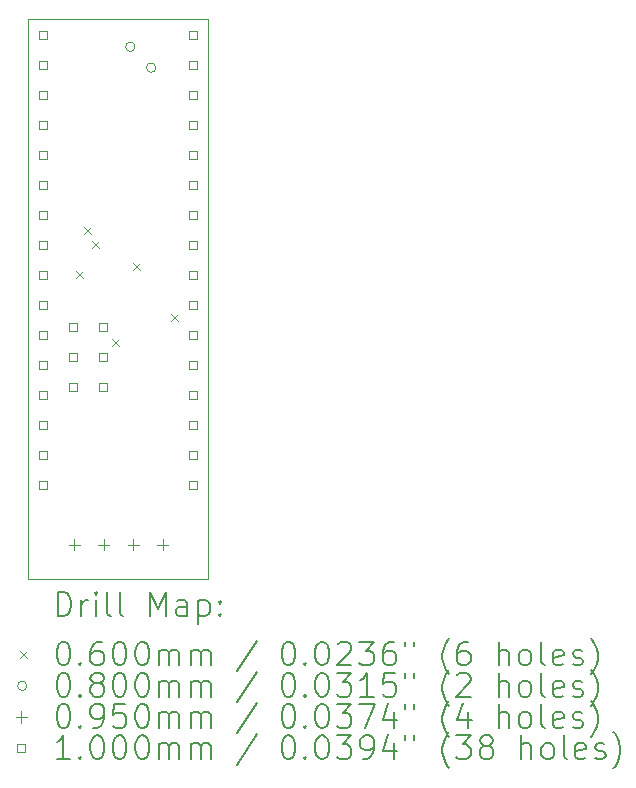
<source format=gbr>
%TF.GenerationSoftware,KiCad,Pcbnew,7.0.11-7.0.11~ubuntu22.04.1*%
%TF.CreationDate,2024-03-10T10:15:33+03:00*%
%TF.ProjectId,MDExt,4d444578-742e-46b6-9963-61645f706362,rev?*%
%TF.SameCoordinates,Original*%
%TF.FileFunction,Drillmap*%
%TF.FilePolarity,Positive*%
%FSLAX45Y45*%
G04 Gerber Fmt 4.5, Leading zero omitted, Abs format (unit mm)*
G04 Created by KiCad (PCBNEW 7.0.11-7.0.11~ubuntu22.04.1) date 2024-03-10 10:15:33*
%MOMM*%
%LPD*%
G01*
G04 APERTURE LIST*
%ADD10C,0.100000*%
%ADD11C,0.200000*%
G04 APERTURE END LIST*
D10*
X4185400Y-3929000D02*
X5715700Y-3929000D01*
X5715700Y-8668000D01*
X4185400Y-8668000D01*
X4185400Y-3929000D01*
D11*
D10*
X4598378Y-6066508D02*
X4658378Y-6126508D01*
X4658378Y-6066508D02*
X4598378Y-6126508D01*
X4665185Y-5688815D02*
X4725185Y-5748815D01*
X4725185Y-5688815D02*
X4665185Y-5748815D01*
X4732010Y-5812482D02*
X4792010Y-5872482D01*
X4792010Y-5812482D02*
X4732010Y-5872482D01*
X4901781Y-6637868D02*
X4961781Y-6697868D01*
X4961781Y-6637868D02*
X4901781Y-6697868D01*
X5080000Y-6000000D02*
X5140000Y-6060000D01*
X5140000Y-6000000D02*
X5080000Y-6060000D01*
X5400847Y-6429154D02*
X5460847Y-6489154D01*
X5460847Y-6429154D02*
X5400847Y-6489154D01*
X5095112Y-4166112D02*
G75*
G03*
X5015112Y-4166112I-40000J0D01*
G01*
X5015112Y-4166112D02*
G75*
G03*
X5095112Y-4166112I40000J0D01*
G01*
X5271888Y-4342888D02*
G75*
G03*
X5191888Y-4342888I-40000J0D01*
G01*
X5191888Y-4342888D02*
G75*
G03*
X5271888Y-4342888I40000J0D01*
G01*
X4580000Y-8334500D02*
X4580000Y-8429500D01*
X4532500Y-8382000D02*
X4627500Y-8382000D01*
X4830000Y-8334500D02*
X4830000Y-8429500D01*
X4782500Y-8382000D02*
X4877500Y-8382000D01*
X5080000Y-8334500D02*
X5080000Y-8429500D01*
X5032500Y-8382000D02*
X5127500Y-8382000D01*
X5330000Y-8334500D02*
X5330000Y-8429500D01*
X5282500Y-8382000D02*
X5377500Y-8382000D01*
X4353356Y-4099356D02*
X4353356Y-4028644D01*
X4282644Y-4028644D01*
X4282644Y-4099356D01*
X4353356Y-4099356D01*
X4353356Y-4353356D02*
X4353356Y-4282644D01*
X4282644Y-4282644D01*
X4282644Y-4353356D01*
X4353356Y-4353356D01*
X4353356Y-4607356D02*
X4353356Y-4536644D01*
X4282644Y-4536644D01*
X4282644Y-4607356D01*
X4353356Y-4607356D01*
X4353356Y-4861356D02*
X4353356Y-4790644D01*
X4282644Y-4790644D01*
X4282644Y-4861356D01*
X4353356Y-4861356D01*
X4353356Y-5115356D02*
X4353356Y-5044644D01*
X4282644Y-5044644D01*
X4282644Y-5115356D01*
X4353356Y-5115356D01*
X4353356Y-5369356D02*
X4353356Y-5298644D01*
X4282644Y-5298644D01*
X4282644Y-5369356D01*
X4353356Y-5369356D01*
X4353356Y-5623356D02*
X4353356Y-5552644D01*
X4282644Y-5552644D01*
X4282644Y-5623356D01*
X4353356Y-5623356D01*
X4353356Y-5877356D02*
X4353356Y-5806644D01*
X4282644Y-5806644D01*
X4282644Y-5877356D01*
X4353356Y-5877356D01*
X4353356Y-6131356D02*
X4353356Y-6060644D01*
X4282644Y-6060644D01*
X4282644Y-6131356D01*
X4353356Y-6131356D01*
X4353356Y-6385356D02*
X4353356Y-6314644D01*
X4282644Y-6314644D01*
X4282644Y-6385356D01*
X4353356Y-6385356D01*
X4353356Y-6639356D02*
X4353356Y-6568644D01*
X4282644Y-6568644D01*
X4282644Y-6639356D01*
X4353356Y-6639356D01*
X4353356Y-6893356D02*
X4353356Y-6822644D01*
X4282644Y-6822644D01*
X4282644Y-6893356D01*
X4353356Y-6893356D01*
X4353356Y-7147356D02*
X4353356Y-7076644D01*
X4282644Y-7076644D01*
X4282644Y-7147356D01*
X4353356Y-7147356D01*
X4353356Y-7401356D02*
X4353356Y-7330644D01*
X4282644Y-7330644D01*
X4282644Y-7401356D01*
X4353356Y-7401356D01*
X4353356Y-7655356D02*
X4353356Y-7584644D01*
X4282644Y-7584644D01*
X4282644Y-7655356D01*
X4353356Y-7655356D01*
X4353356Y-7909356D02*
X4353356Y-7838644D01*
X4282644Y-7838644D01*
X4282644Y-7909356D01*
X4353356Y-7909356D01*
X4607356Y-6575856D02*
X4607356Y-6505144D01*
X4536644Y-6505144D01*
X4536644Y-6575856D01*
X4607356Y-6575856D01*
X4607356Y-6829856D02*
X4607356Y-6759144D01*
X4536644Y-6759144D01*
X4536644Y-6829856D01*
X4607356Y-6829856D01*
X4607356Y-7083856D02*
X4607356Y-7013144D01*
X4536644Y-7013144D01*
X4536644Y-7083856D01*
X4607356Y-7083856D01*
X4861356Y-6575856D02*
X4861356Y-6505144D01*
X4790644Y-6505144D01*
X4790644Y-6575856D01*
X4861356Y-6575856D01*
X4861356Y-6829856D02*
X4861356Y-6759144D01*
X4790644Y-6759144D01*
X4790644Y-6829856D01*
X4861356Y-6829856D01*
X4861356Y-7083856D02*
X4861356Y-7013144D01*
X4790644Y-7013144D01*
X4790644Y-7083856D01*
X4861356Y-7083856D01*
X5623356Y-4099356D02*
X5623356Y-4028644D01*
X5552644Y-4028644D01*
X5552644Y-4099356D01*
X5623356Y-4099356D01*
X5623356Y-4353356D02*
X5623356Y-4282644D01*
X5552644Y-4282644D01*
X5552644Y-4353356D01*
X5623356Y-4353356D01*
X5623356Y-4607356D02*
X5623356Y-4536644D01*
X5552644Y-4536644D01*
X5552644Y-4607356D01*
X5623356Y-4607356D01*
X5623356Y-4861356D02*
X5623356Y-4790644D01*
X5552644Y-4790644D01*
X5552644Y-4861356D01*
X5623356Y-4861356D01*
X5623356Y-5115356D02*
X5623356Y-5044644D01*
X5552644Y-5044644D01*
X5552644Y-5115356D01*
X5623356Y-5115356D01*
X5623356Y-5369356D02*
X5623356Y-5298644D01*
X5552644Y-5298644D01*
X5552644Y-5369356D01*
X5623356Y-5369356D01*
X5623356Y-5623356D02*
X5623356Y-5552644D01*
X5552644Y-5552644D01*
X5552644Y-5623356D01*
X5623356Y-5623356D01*
X5623356Y-5877356D02*
X5623356Y-5806644D01*
X5552644Y-5806644D01*
X5552644Y-5877356D01*
X5623356Y-5877356D01*
X5623356Y-6131356D02*
X5623356Y-6060644D01*
X5552644Y-6060644D01*
X5552644Y-6131356D01*
X5623356Y-6131356D01*
X5623356Y-6385356D02*
X5623356Y-6314644D01*
X5552644Y-6314644D01*
X5552644Y-6385356D01*
X5623356Y-6385356D01*
X5623356Y-6639356D02*
X5623356Y-6568644D01*
X5552644Y-6568644D01*
X5552644Y-6639356D01*
X5623356Y-6639356D01*
X5623356Y-6893356D02*
X5623356Y-6822644D01*
X5552644Y-6822644D01*
X5552644Y-6893356D01*
X5623356Y-6893356D01*
X5623356Y-7147356D02*
X5623356Y-7076644D01*
X5552644Y-7076644D01*
X5552644Y-7147356D01*
X5623356Y-7147356D01*
X5623356Y-7401356D02*
X5623356Y-7330644D01*
X5552644Y-7330644D01*
X5552644Y-7401356D01*
X5623356Y-7401356D01*
X5623356Y-7655356D02*
X5623356Y-7584644D01*
X5552644Y-7584644D01*
X5552644Y-7655356D01*
X5623356Y-7655356D01*
X5623356Y-7909356D02*
X5623356Y-7838644D01*
X5552644Y-7838644D01*
X5552644Y-7909356D01*
X5623356Y-7909356D01*
D11*
X4441177Y-8984484D02*
X4441177Y-8784484D01*
X4441177Y-8784484D02*
X4488796Y-8784484D01*
X4488796Y-8784484D02*
X4517367Y-8794008D01*
X4517367Y-8794008D02*
X4536415Y-8813055D01*
X4536415Y-8813055D02*
X4545939Y-8832103D01*
X4545939Y-8832103D02*
X4555463Y-8870198D01*
X4555463Y-8870198D02*
X4555463Y-8898770D01*
X4555463Y-8898770D02*
X4545939Y-8936865D01*
X4545939Y-8936865D02*
X4536415Y-8955912D01*
X4536415Y-8955912D02*
X4517367Y-8974960D01*
X4517367Y-8974960D02*
X4488796Y-8984484D01*
X4488796Y-8984484D02*
X4441177Y-8984484D01*
X4641177Y-8984484D02*
X4641177Y-8851150D01*
X4641177Y-8889246D02*
X4650701Y-8870198D01*
X4650701Y-8870198D02*
X4660224Y-8860674D01*
X4660224Y-8860674D02*
X4679272Y-8851150D01*
X4679272Y-8851150D02*
X4698320Y-8851150D01*
X4764986Y-8984484D02*
X4764986Y-8851150D01*
X4764986Y-8784484D02*
X4755463Y-8794008D01*
X4755463Y-8794008D02*
X4764986Y-8803531D01*
X4764986Y-8803531D02*
X4774510Y-8794008D01*
X4774510Y-8794008D02*
X4764986Y-8784484D01*
X4764986Y-8784484D02*
X4764986Y-8803531D01*
X4888796Y-8984484D02*
X4869748Y-8974960D01*
X4869748Y-8974960D02*
X4860224Y-8955912D01*
X4860224Y-8955912D02*
X4860224Y-8784484D01*
X4993558Y-8984484D02*
X4974510Y-8974960D01*
X4974510Y-8974960D02*
X4964986Y-8955912D01*
X4964986Y-8955912D02*
X4964986Y-8784484D01*
X5222129Y-8984484D02*
X5222129Y-8784484D01*
X5222129Y-8784484D02*
X5288796Y-8927341D01*
X5288796Y-8927341D02*
X5355463Y-8784484D01*
X5355463Y-8784484D02*
X5355463Y-8984484D01*
X5536415Y-8984484D02*
X5536415Y-8879722D01*
X5536415Y-8879722D02*
X5526891Y-8860674D01*
X5526891Y-8860674D02*
X5507844Y-8851150D01*
X5507844Y-8851150D02*
X5469748Y-8851150D01*
X5469748Y-8851150D02*
X5450701Y-8860674D01*
X5536415Y-8974960D02*
X5517367Y-8984484D01*
X5517367Y-8984484D02*
X5469748Y-8984484D01*
X5469748Y-8984484D02*
X5450701Y-8974960D01*
X5450701Y-8974960D02*
X5441177Y-8955912D01*
X5441177Y-8955912D02*
X5441177Y-8936865D01*
X5441177Y-8936865D02*
X5450701Y-8917817D01*
X5450701Y-8917817D02*
X5469748Y-8908293D01*
X5469748Y-8908293D02*
X5517367Y-8908293D01*
X5517367Y-8908293D02*
X5536415Y-8898770D01*
X5631653Y-8851150D02*
X5631653Y-9051150D01*
X5631653Y-8860674D02*
X5650701Y-8851150D01*
X5650701Y-8851150D02*
X5688796Y-8851150D01*
X5688796Y-8851150D02*
X5707843Y-8860674D01*
X5707843Y-8860674D02*
X5717367Y-8870198D01*
X5717367Y-8870198D02*
X5726891Y-8889246D01*
X5726891Y-8889246D02*
X5726891Y-8946389D01*
X5726891Y-8946389D02*
X5717367Y-8965436D01*
X5717367Y-8965436D02*
X5707843Y-8974960D01*
X5707843Y-8974960D02*
X5688796Y-8984484D01*
X5688796Y-8984484D02*
X5650701Y-8984484D01*
X5650701Y-8984484D02*
X5631653Y-8974960D01*
X5812605Y-8965436D02*
X5822129Y-8974960D01*
X5822129Y-8974960D02*
X5812605Y-8984484D01*
X5812605Y-8984484D02*
X5803082Y-8974960D01*
X5803082Y-8974960D02*
X5812605Y-8965436D01*
X5812605Y-8965436D02*
X5812605Y-8984484D01*
X5812605Y-8860674D02*
X5822129Y-8870198D01*
X5822129Y-8870198D02*
X5812605Y-8879722D01*
X5812605Y-8879722D02*
X5803082Y-8870198D01*
X5803082Y-8870198D02*
X5812605Y-8860674D01*
X5812605Y-8860674D02*
X5812605Y-8879722D01*
D10*
X4120400Y-9283000D02*
X4180400Y-9343000D01*
X4180400Y-9283000D02*
X4120400Y-9343000D01*
D11*
X4479272Y-9204484D02*
X4498320Y-9204484D01*
X4498320Y-9204484D02*
X4517367Y-9214008D01*
X4517367Y-9214008D02*
X4526891Y-9223531D01*
X4526891Y-9223531D02*
X4536415Y-9242579D01*
X4536415Y-9242579D02*
X4545939Y-9280674D01*
X4545939Y-9280674D02*
X4545939Y-9328293D01*
X4545939Y-9328293D02*
X4536415Y-9366389D01*
X4536415Y-9366389D02*
X4526891Y-9385436D01*
X4526891Y-9385436D02*
X4517367Y-9394960D01*
X4517367Y-9394960D02*
X4498320Y-9404484D01*
X4498320Y-9404484D02*
X4479272Y-9404484D01*
X4479272Y-9404484D02*
X4460224Y-9394960D01*
X4460224Y-9394960D02*
X4450701Y-9385436D01*
X4450701Y-9385436D02*
X4441177Y-9366389D01*
X4441177Y-9366389D02*
X4431653Y-9328293D01*
X4431653Y-9328293D02*
X4431653Y-9280674D01*
X4431653Y-9280674D02*
X4441177Y-9242579D01*
X4441177Y-9242579D02*
X4450701Y-9223531D01*
X4450701Y-9223531D02*
X4460224Y-9214008D01*
X4460224Y-9214008D02*
X4479272Y-9204484D01*
X4631653Y-9385436D02*
X4641177Y-9394960D01*
X4641177Y-9394960D02*
X4631653Y-9404484D01*
X4631653Y-9404484D02*
X4622129Y-9394960D01*
X4622129Y-9394960D02*
X4631653Y-9385436D01*
X4631653Y-9385436D02*
X4631653Y-9404484D01*
X4812605Y-9204484D02*
X4774510Y-9204484D01*
X4774510Y-9204484D02*
X4755463Y-9214008D01*
X4755463Y-9214008D02*
X4745939Y-9223531D01*
X4745939Y-9223531D02*
X4726891Y-9252103D01*
X4726891Y-9252103D02*
X4717367Y-9290198D01*
X4717367Y-9290198D02*
X4717367Y-9366389D01*
X4717367Y-9366389D02*
X4726891Y-9385436D01*
X4726891Y-9385436D02*
X4736415Y-9394960D01*
X4736415Y-9394960D02*
X4755463Y-9404484D01*
X4755463Y-9404484D02*
X4793558Y-9404484D01*
X4793558Y-9404484D02*
X4812605Y-9394960D01*
X4812605Y-9394960D02*
X4822129Y-9385436D01*
X4822129Y-9385436D02*
X4831653Y-9366389D01*
X4831653Y-9366389D02*
X4831653Y-9318770D01*
X4831653Y-9318770D02*
X4822129Y-9299722D01*
X4822129Y-9299722D02*
X4812605Y-9290198D01*
X4812605Y-9290198D02*
X4793558Y-9280674D01*
X4793558Y-9280674D02*
X4755463Y-9280674D01*
X4755463Y-9280674D02*
X4736415Y-9290198D01*
X4736415Y-9290198D02*
X4726891Y-9299722D01*
X4726891Y-9299722D02*
X4717367Y-9318770D01*
X4955463Y-9204484D02*
X4974510Y-9204484D01*
X4974510Y-9204484D02*
X4993558Y-9214008D01*
X4993558Y-9214008D02*
X5003082Y-9223531D01*
X5003082Y-9223531D02*
X5012605Y-9242579D01*
X5012605Y-9242579D02*
X5022129Y-9280674D01*
X5022129Y-9280674D02*
X5022129Y-9328293D01*
X5022129Y-9328293D02*
X5012605Y-9366389D01*
X5012605Y-9366389D02*
X5003082Y-9385436D01*
X5003082Y-9385436D02*
X4993558Y-9394960D01*
X4993558Y-9394960D02*
X4974510Y-9404484D01*
X4974510Y-9404484D02*
X4955463Y-9404484D01*
X4955463Y-9404484D02*
X4936415Y-9394960D01*
X4936415Y-9394960D02*
X4926891Y-9385436D01*
X4926891Y-9385436D02*
X4917367Y-9366389D01*
X4917367Y-9366389D02*
X4907844Y-9328293D01*
X4907844Y-9328293D02*
X4907844Y-9280674D01*
X4907844Y-9280674D02*
X4917367Y-9242579D01*
X4917367Y-9242579D02*
X4926891Y-9223531D01*
X4926891Y-9223531D02*
X4936415Y-9214008D01*
X4936415Y-9214008D02*
X4955463Y-9204484D01*
X5145939Y-9204484D02*
X5164986Y-9204484D01*
X5164986Y-9204484D02*
X5184034Y-9214008D01*
X5184034Y-9214008D02*
X5193558Y-9223531D01*
X5193558Y-9223531D02*
X5203082Y-9242579D01*
X5203082Y-9242579D02*
X5212605Y-9280674D01*
X5212605Y-9280674D02*
X5212605Y-9328293D01*
X5212605Y-9328293D02*
X5203082Y-9366389D01*
X5203082Y-9366389D02*
X5193558Y-9385436D01*
X5193558Y-9385436D02*
X5184034Y-9394960D01*
X5184034Y-9394960D02*
X5164986Y-9404484D01*
X5164986Y-9404484D02*
X5145939Y-9404484D01*
X5145939Y-9404484D02*
X5126891Y-9394960D01*
X5126891Y-9394960D02*
X5117367Y-9385436D01*
X5117367Y-9385436D02*
X5107844Y-9366389D01*
X5107844Y-9366389D02*
X5098320Y-9328293D01*
X5098320Y-9328293D02*
X5098320Y-9280674D01*
X5098320Y-9280674D02*
X5107844Y-9242579D01*
X5107844Y-9242579D02*
X5117367Y-9223531D01*
X5117367Y-9223531D02*
X5126891Y-9214008D01*
X5126891Y-9214008D02*
X5145939Y-9204484D01*
X5298320Y-9404484D02*
X5298320Y-9271150D01*
X5298320Y-9290198D02*
X5307844Y-9280674D01*
X5307844Y-9280674D02*
X5326891Y-9271150D01*
X5326891Y-9271150D02*
X5355463Y-9271150D01*
X5355463Y-9271150D02*
X5374510Y-9280674D01*
X5374510Y-9280674D02*
X5384034Y-9299722D01*
X5384034Y-9299722D02*
X5384034Y-9404484D01*
X5384034Y-9299722D02*
X5393558Y-9280674D01*
X5393558Y-9280674D02*
X5412605Y-9271150D01*
X5412605Y-9271150D02*
X5441177Y-9271150D01*
X5441177Y-9271150D02*
X5460225Y-9280674D01*
X5460225Y-9280674D02*
X5469748Y-9299722D01*
X5469748Y-9299722D02*
X5469748Y-9404484D01*
X5564986Y-9404484D02*
X5564986Y-9271150D01*
X5564986Y-9290198D02*
X5574510Y-9280674D01*
X5574510Y-9280674D02*
X5593558Y-9271150D01*
X5593558Y-9271150D02*
X5622129Y-9271150D01*
X5622129Y-9271150D02*
X5641177Y-9280674D01*
X5641177Y-9280674D02*
X5650701Y-9299722D01*
X5650701Y-9299722D02*
X5650701Y-9404484D01*
X5650701Y-9299722D02*
X5660224Y-9280674D01*
X5660224Y-9280674D02*
X5679272Y-9271150D01*
X5679272Y-9271150D02*
X5707843Y-9271150D01*
X5707843Y-9271150D02*
X5726891Y-9280674D01*
X5726891Y-9280674D02*
X5736415Y-9299722D01*
X5736415Y-9299722D02*
X5736415Y-9404484D01*
X6126891Y-9194960D02*
X5955463Y-9452103D01*
X6384034Y-9204484D02*
X6403082Y-9204484D01*
X6403082Y-9204484D02*
X6422129Y-9214008D01*
X6422129Y-9214008D02*
X6431653Y-9223531D01*
X6431653Y-9223531D02*
X6441177Y-9242579D01*
X6441177Y-9242579D02*
X6450701Y-9280674D01*
X6450701Y-9280674D02*
X6450701Y-9328293D01*
X6450701Y-9328293D02*
X6441177Y-9366389D01*
X6441177Y-9366389D02*
X6431653Y-9385436D01*
X6431653Y-9385436D02*
X6422129Y-9394960D01*
X6422129Y-9394960D02*
X6403082Y-9404484D01*
X6403082Y-9404484D02*
X6384034Y-9404484D01*
X6384034Y-9404484D02*
X6364986Y-9394960D01*
X6364986Y-9394960D02*
X6355463Y-9385436D01*
X6355463Y-9385436D02*
X6345939Y-9366389D01*
X6345939Y-9366389D02*
X6336415Y-9328293D01*
X6336415Y-9328293D02*
X6336415Y-9280674D01*
X6336415Y-9280674D02*
X6345939Y-9242579D01*
X6345939Y-9242579D02*
X6355463Y-9223531D01*
X6355463Y-9223531D02*
X6364986Y-9214008D01*
X6364986Y-9214008D02*
X6384034Y-9204484D01*
X6536415Y-9385436D02*
X6545939Y-9394960D01*
X6545939Y-9394960D02*
X6536415Y-9404484D01*
X6536415Y-9404484D02*
X6526891Y-9394960D01*
X6526891Y-9394960D02*
X6536415Y-9385436D01*
X6536415Y-9385436D02*
X6536415Y-9404484D01*
X6669748Y-9204484D02*
X6688796Y-9204484D01*
X6688796Y-9204484D02*
X6707844Y-9214008D01*
X6707844Y-9214008D02*
X6717367Y-9223531D01*
X6717367Y-9223531D02*
X6726891Y-9242579D01*
X6726891Y-9242579D02*
X6736415Y-9280674D01*
X6736415Y-9280674D02*
X6736415Y-9328293D01*
X6736415Y-9328293D02*
X6726891Y-9366389D01*
X6726891Y-9366389D02*
X6717367Y-9385436D01*
X6717367Y-9385436D02*
X6707844Y-9394960D01*
X6707844Y-9394960D02*
X6688796Y-9404484D01*
X6688796Y-9404484D02*
X6669748Y-9404484D01*
X6669748Y-9404484D02*
X6650701Y-9394960D01*
X6650701Y-9394960D02*
X6641177Y-9385436D01*
X6641177Y-9385436D02*
X6631653Y-9366389D01*
X6631653Y-9366389D02*
X6622129Y-9328293D01*
X6622129Y-9328293D02*
X6622129Y-9280674D01*
X6622129Y-9280674D02*
X6631653Y-9242579D01*
X6631653Y-9242579D02*
X6641177Y-9223531D01*
X6641177Y-9223531D02*
X6650701Y-9214008D01*
X6650701Y-9214008D02*
X6669748Y-9204484D01*
X6812606Y-9223531D02*
X6822129Y-9214008D01*
X6822129Y-9214008D02*
X6841177Y-9204484D01*
X6841177Y-9204484D02*
X6888796Y-9204484D01*
X6888796Y-9204484D02*
X6907844Y-9214008D01*
X6907844Y-9214008D02*
X6917367Y-9223531D01*
X6917367Y-9223531D02*
X6926891Y-9242579D01*
X6926891Y-9242579D02*
X6926891Y-9261627D01*
X6926891Y-9261627D02*
X6917367Y-9290198D01*
X6917367Y-9290198D02*
X6803082Y-9404484D01*
X6803082Y-9404484D02*
X6926891Y-9404484D01*
X6993558Y-9204484D02*
X7117367Y-9204484D01*
X7117367Y-9204484D02*
X7050701Y-9280674D01*
X7050701Y-9280674D02*
X7079272Y-9280674D01*
X7079272Y-9280674D02*
X7098320Y-9290198D01*
X7098320Y-9290198D02*
X7107844Y-9299722D01*
X7107844Y-9299722D02*
X7117367Y-9318770D01*
X7117367Y-9318770D02*
X7117367Y-9366389D01*
X7117367Y-9366389D02*
X7107844Y-9385436D01*
X7107844Y-9385436D02*
X7098320Y-9394960D01*
X7098320Y-9394960D02*
X7079272Y-9404484D01*
X7079272Y-9404484D02*
X7022129Y-9404484D01*
X7022129Y-9404484D02*
X7003082Y-9394960D01*
X7003082Y-9394960D02*
X6993558Y-9385436D01*
X7288796Y-9204484D02*
X7250701Y-9204484D01*
X7250701Y-9204484D02*
X7231653Y-9214008D01*
X7231653Y-9214008D02*
X7222129Y-9223531D01*
X7222129Y-9223531D02*
X7203082Y-9252103D01*
X7203082Y-9252103D02*
X7193558Y-9290198D01*
X7193558Y-9290198D02*
X7193558Y-9366389D01*
X7193558Y-9366389D02*
X7203082Y-9385436D01*
X7203082Y-9385436D02*
X7212606Y-9394960D01*
X7212606Y-9394960D02*
X7231653Y-9404484D01*
X7231653Y-9404484D02*
X7269748Y-9404484D01*
X7269748Y-9404484D02*
X7288796Y-9394960D01*
X7288796Y-9394960D02*
X7298320Y-9385436D01*
X7298320Y-9385436D02*
X7307844Y-9366389D01*
X7307844Y-9366389D02*
X7307844Y-9318770D01*
X7307844Y-9318770D02*
X7298320Y-9299722D01*
X7298320Y-9299722D02*
X7288796Y-9290198D01*
X7288796Y-9290198D02*
X7269748Y-9280674D01*
X7269748Y-9280674D02*
X7231653Y-9280674D01*
X7231653Y-9280674D02*
X7212606Y-9290198D01*
X7212606Y-9290198D02*
X7203082Y-9299722D01*
X7203082Y-9299722D02*
X7193558Y-9318770D01*
X7384034Y-9204484D02*
X7384034Y-9242579D01*
X7460225Y-9204484D02*
X7460225Y-9242579D01*
X7755463Y-9480674D02*
X7745939Y-9471150D01*
X7745939Y-9471150D02*
X7726891Y-9442579D01*
X7726891Y-9442579D02*
X7717368Y-9423531D01*
X7717368Y-9423531D02*
X7707844Y-9394960D01*
X7707844Y-9394960D02*
X7698320Y-9347341D01*
X7698320Y-9347341D02*
X7698320Y-9309246D01*
X7698320Y-9309246D02*
X7707844Y-9261627D01*
X7707844Y-9261627D02*
X7717368Y-9233055D01*
X7717368Y-9233055D02*
X7726891Y-9214008D01*
X7726891Y-9214008D02*
X7745939Y-9185436D01*
X7745939Y-9185436D02*
X7755463Y-9175912D01*
X7917368Y-9204484D02*
X7879272Y-9204484D01*
X7879272Y-9204484D02*
X7860225Y-9214008D01*
X7860225Y-9214008D02*
X7850701Y-9223531D01*
X7850701Y-9223531D02*
X7831653Y-9252103D01*
X7831653Y-9252103D02*
X7822129Y-9290198D01*
X7822129Y-9290198D02*
X7822129Y-9366389D01*
X7822129Y-9366389D02*
X7831653Y-9385436D01*
X7831653Y-9385436D02*
X7841177Y-9394960D01*
X7841177Y-9394960D02*
X7860225Y-9404484D01*
X7860225Y-9404484D02*
X7898320Y-9404484D01*
X7898320Y-9404484D02*
X7917368Y-9394960D01*
X7917368Y-9394960D02*
X7926891Y-9385436D01*
X7926891Y-9385436D02*
X7936415Y-9366389D01*
X7936415Y-9366389D02*
X7936415Y-9318770D01*
X7936415Y-9318770D02*
X7926891Y-9299722D01*
X7926891Y-9299722D02*
X7917368Y-9290198D01*
X7917368Y-9290198D02*
X7898320Y-9280674D01*
X7898320Y-9280674D02*
X7860225Y-9280674D01*
X7860225Y-9280674D02*
X7841177Y-9290198D01*
X7841177Y-9290198D02*
X7831653Y-9299722D01*
X7831653Y-9299722D02*
X7822129Y-9318770D01*
X8174510Y-9404484D02*
X8174510Y-9204484D01*
X8260225Y-9404484D02*
X8260225Y-9299722D01*
X8260225Y-9299722D02*
X8250701Y-9280674D01*
X8250701Y-9280674D02*
X8231653Y-9271150D01*
X8231653Y-9271150D02*
X8203082Y-9271150D01*
X8203082Y-9271150D02*
X8184034Y-9280674D01*
X8184034Y-9280674D02*
X8174510Y-9290198D01*
X8384034Y-9404484D02*
X8364987Y-9394960D01*
X8364987Y-9394960D02*
X8355463Y-9385436D01*
X8355463Y-9385436D02*
X8345939Y-9366389D01*
X8345939Y-9366389D02*
X8345939Y-9309246D01*
X8345939Y-9309246D02*
X8355463Y-9290198D01*
X8355463Y-9290198D02*
X8364987Y-9280674D01*
X8364987Y-9280674D02*
X8384034Y-9271150D01*
X8384034Y-9271150D02*
X8412606Y-9271150D01*
X8412606Y-9271150D02*
X8431653Y-9280674D01*
X8431653Y-9280674D02*
X8441177Y-9290198D01*
X8441177Y-9290198D02*
X8450701Y-9309246D01*
X8450701Y-9309246D02*
X8450701Y-9366389D01*
X8450701Y-9366389D02*
X8441177Y-9385436D01*
X8441177Y-9385436D02*
X8431653Y-9394960D01*
X8431653Y-9394960D02*
X8412606Y-9404484D01*
X8412606Y-9404484D02*
X8384034Y-9404484D01*
X8564987Y-9404484D02*
X8545939Y-9394960D01*
X8545939Y-9394960D02*
X8536415Y-9375912D01*
X8536415Y-9375912D02*
X8536415Y-9204484D01*
X8717368Y-9394960D02*
X8698320Y-9404484D01*
X8698320Y-9404484D02*
X8660225Y-9404484D01*
X8660225Y-9404484D02*
X8641177Y-9394960D01*
X8641177Y-9394960D02*
X8631653Y-9375912D01*
X8631653Y-9375912D02*
X8631653Y-9299722D01*
X8631653Y-9299722D02*
X8641177Y-9280674D01*
X8641177Y-9280674D02*
X8660225Y-9271150D01*
X8660225Y-9271150D02*
X8698320Y-9271150D01*
X8698320Y-9271150D02*
X8717368Y-9280674D01*
X8717368Y-9280674D02*
X8726892Y-9299722D01*
X8726892Y-9299722D02*
X8726892Y-9318770D01*
X8726892Y-9318770D02*
X8631653Y-9337817D01*
X8803082Y-9394960D02*
X8822130Y-9404484D01*
X8822130Y-9404484D02*
X8860225Y-9404484D01*
X8860225Y-9404484D02*
X8879273Y-9394960D01*
X8879273Y-9394960D02*
X8888796Y-9375912D01*
X8888796Y-9375912D02*
X8888796Y-9366389D01*
X8888796Y-9366389D02*
X8879273Y-9347341D01*
X8879273Y-9347341D02*
X8860225Y-9337817D01*
X8860225Y-9337817D02*
X8831653Y-9337817D01*
X8831653Y-9337817D02*
X8812606Y-9328293D01*
X8812606Y-9328293D02*
X8803082Y-9309246D01*
X8803082Y-9309246D02*
X8803082Y-9299722D01*
X8803082Y-9299722D02*
X8812606Y-9280674D01*
X8812606Y-9280674D02*
X8831653Y-9271150D01*
X8831653Y-9271150D02*
X8860225Y-9271150D01*
X8860225Y-9271150D02*
X8879273Y-9280674D01*
X8955463Y-9480674D02*
X8964987Y-9471150D01*
X8964987Y-9471150D02*
X8984034Y-9442579D01*
X8984034Y-9442579D02*
X8993558Y-9423531D01*
X8993558Y-9423531D02*
X9003082Y-9394960D01*
X9003082Y-9394960D02*
X9012606Y-9347341D01*
X9012606Y-9347341D02*
X9012606Y-9309246D01*
X9012606Y-9309246D02*
X9003082Y-9261627D01*
X9003082Y-9261627D02*
X8993558Y-9233055D01*
X8993558Y-9233055D02*
X8984034Y-9214008D01*
X8984034Y-9214008D02*
X8964987Y-9185436D01*
X8964987Y-9185436D02*
X8955463Y-9175912D01*
D10*
X4180400Y-9577000D02*
G75*
G03*
X4100400Y-9577000I-40000J0D01*
G01*
X4100400Y-9577000D02*
G75*
G03*
X4180400Y-9577000I40000J0D01*
G01*
D11*
X4479272Y-9468484D02*
X4498320Y-9468484D01*
X4498320Y-9468484D02*
X4517367Y-9478008D01*
X4517367Y-9478008D02*
X4526891Y-9487531D01*
X4526891Y-9487531D02*
X4536415Y-9506579D01*
X4536415Y-9506579D02*
X4545939Y-9544674D01*
X4545939Y-9544674D02*
X4545939Y-9592293D01*
X4545939Y-9592293D02*
X4536415Y-9630389D01*
X4536415Y-9630389D02*
X4526891Y-9649436D01*
X4526891Y-9649436D02*
X4517367Y-9658960D01*
X4517367Y-9658960D02*
X4498320Y-9668484D01*
X4498320Y-9668484D02*
X4479272Y-9668484D01*
X4479272Y-9668484D02*
X4460224Y-9658960D01*
X4460224Y-9658960D02*
X4450701Y-9649436D01*
X4450701Y-9649436D02*
X4441177Y-9630389D01*
X4441177Y-9630389D02*
X4431653Y-9592293D01*
X4431653Y-9592293D02*
X4431653Y-9544674D01*
X4431653Y-9544674D02*
X4441177Y-9506579D01*
X4441177Y-9506579D02*
X4450701Y-9487531D01*
X4450701Y-9487531D02*
X4460224Y-9478008D01*
X4460224Y-9478008D02*
X4479272Y-9468484D01*
X4631653Y-9649436D02*
X4641177Y-9658960D01*
X4641177Y-9658960D02*
X4631653Y-9668484D01*
X4631653Y-9668484D02*
X4622129Y-9658960D01*
X4622129Y-9658960D02*
X4631653Y-9649436D01*
X4631653Y-9649436D02*
X4631653Y-9668484D01*
X4755463Y-9554198D02*
X4736415Y-9544674D01*
X4736415Y-9544674D02*
X4726891Y-9535150D01*
X4726891Y-9535150D02*
X4717367Y-9516103D01*
X4717367Y-9516103D02*
X4717367Y-9506579D01*
X4717367Y-9506579D02*
X4726891Y-9487531D01*
X4726891Y-9487531D02*
X4736415Y-9478008D01*
X4736415Y-9478008D02*
X4755463Y-9468484D01*
X4755463Y-9468484D02*
X4793558Y-9468484D01*
X4793558Y-9468484D02*
X4812605Y-9478008D01*
X4812605Y-9478008D02*
X4822129Y-9487531D01*
X4822129Y-9487531D02*
X4831653Y-9506579D01*
X4831653Y-9506579D02*
X4831653Y-9516103D01*
X4831653Y-9516103D02*
X4822129Y-9535150D01*
X4822129Y-9535150D02*
X4812605Y-9544674D01*
X4812605Y-9544674D02*
X4793558Y-9554198D01*
X4793558Y-9554198D02*
X4755463Y-9554198D01*
X4755463Y-9554198D02*
X4736415Y-9563722D01*
X4736415Y-9563722D02*
X4726891Y-9573246D01*
X4726891Y-9573246D02*
X4717367Y-9592293D01*
X4717367Y-9592293D02*
X4717367Y-9630389D01*
X4717367Y-9630389D02*
X4726891Y-9649436D01*
X4726891Y-9649436D02*
X4736415Y-9658960D01*
X4736415Y-9658960D02*
X4755463Y-9668484D01*
X4755463Y-9668484D02*
X4793558Y-9668484D01*
X4793558Y-9668484D02*
X4812605Y-9658960D01*
X4812605Y-9658960D02*
X4822129Y-9649436D01*
X4822129Y-9649436D02*
X4831653Y-9630389D01*
X4831653Y-9630389D02*
X4831653Y-9592293D01*
X4831653Y-9592293D02*
X4822129Y-9573246D01*
X4822129Y-9573246D02*
X4812605Y-9563722D01*
X4812605Y-9563722D02*
X4793558Y-9554198D01*
X4955463Y-9468484D02*
X4974510Y-9468484D01*
X4974510Y-9468484D02*
X4993558Y-9478008D01*
X4993558Y-9478008D02*
X5003082Y-9487531D01*
X5003082Y-9487531D02*
X5012605Y-9506579D01*
X5012605Y-9506579D02*
X5022129Y-9544674D01*
X5022129Y-9544674D02*
X5022129Y-9592293D01*
X5022129Y-9592293D02*
X5012605Y-9630389D01*
X5012605Y-9630389D02*
X5003082Y-9649436D01*
X5003082Y-9649436D02*
X4993558Y-9658960D01*
X4993558Y-9658960D02*
X4974510Y-9668484D01*
X4974510Y-9668484D02*
X4955463Y-9668484D01*
X4955463Y-9668484D02*
X4936415Y-9658960D01*
X4936415Y-9658960D02*
X4926891Y-9649436D01*
X4926891Y-9649436D02*
X4917367Y-9630389D01*
X4917367Y-9630389D02*
X4907844Y-9592293D01*
X4907844Y-9592293D02*
X4907844Y-9544674D01*
X4907844Y-9544674D02*
X4917367Y-9506579D01*
X4917367Y-9506579D02*
X4926891Y-9487531D01*
X4926891Y-9487531D02*
X4936415Y-9478008D01*
X4936415Y-9478008D02*
X4955463Y-9468484D01*
X5145939Y-9468484D02*
X5164986Y-9468484D01*
X5164986Y-9468484D02*
X5184034Y-9478008D01*
X5184034Y-9478008D02*
X5193558Y-9487531D01*
X5193558Y-9487531D02*
X5203082Y-9506579D01*
X5203082Y-9506579D02*
X5212605Y-9544674D01*
X5212605Y-9544674D02*
X5212605Y-9592293D01*
X5212605Y-9592293D02*
X5203082Y-9630389D01*
X5203082Y-9630389D02*
X5193558Y-9649436D01*
X5193558Y-9649436D02*
X5184034Y-9658960D01*
X5184034Y-9658960D02*
X5164986Y-9668484D01*
X5164986Y-9668484D02*
X5145939Y-9668484D01*
X5145939Y-9668484D02*
X5126891Y-9658960D01*
X5126891Y-9658960D02*
X5117367Y-9649436D01*
X5117367Y-9649436D02*
X5107844Y-9630389D01*
X5107844Y-9630389D02*
X5098320Y-9592293D01*
X5098320Y-9592293D02*
X5098320Y-9544674D01*
X5098320Y-9544674D02*
X5107844Y-9506579D01*
X5107844Y-9506579D02*
X5117367Y-9487531D01*
X5117367Y-9487531D02*
X5126891Y-9478008D01*
X5126891Y-9478008D02*
X5145939Y-9468484D01*
X5298320Y-9668484D02*
X5298320Y-9535150D01*
X5298320Y-9554198D02*
X5307844Y-9544674D01*
X5307844Y-9544674D02*
X5326891Y-9535150D01*
X5326891Y-9535150D02*
X5355463Y-9535150D01*
X5355463Y-9535150D02*
X5374510Y-9544674D01*
X5374510Y-9544674D02*
X5384034Y-9563722D01*
X5384034Y-9563722D02*
X5384034Y-9668484D01*
X5384034Y-9563722D02*
X5393558Y-9544674D01*
X5393558Y-9544674D02*
X5412605Y-9535150D01*
X5412605Y-9535150D02*
X5441177Y-9535150D01*
X5441177Y-9535150D02*
X5460225Y-9544674D01*
X5460225Y-9544674D02*
X5469748Y-9563722D01*
X5469748Y-9563722D02*
X5469748Y-9668484D01*
X5564986Y-9668484D02*
X5564986Y-9535150D01*
X5564986Y-9554198D02*
X5574510Y-9544674D01*
X5574510Y-9544674D02*
X5593558Y-9535150D01*
X5593558Y-9535150D02*
X5622129Y-9535150D01*
X5622129Y-9535150D02*
X5641177Y-9544674D01*
X5641177Y-9544674D02*
X5650701Y-9563722D01*
X5650701Y-9563722D02*
X5650701Y-9668484D01*
X5650701Y-9563722D02*
X5660224Y-9544674D01*
X5660224Y-9544674D02*
X5679272Y-9535150D01*
X5679272Y-9535150D02*
X5707843Y-9535150D01*
X5707843Y-9535150D02*
X5726891Y-9544674D01*
X5726891Y-9544674D02*
X5736415Y-9563722D01*
X5736415Y-9563722D02*
X5736415Y-9668484D01*
X6126891Y-9458960D02*
X5955463Y-9716103D01*
X6384034Y-9468484D02*
X6403082Y-9468484D01*
X6403082Y-9468484D02*
X6422129Y-9478008D01*
X6422129Y-9478008D02*
X6431653Y-9487531D01*
X6431653Y-9487531D02*
X6441177Y-9506579D01*
X6441177Y-9506579D02*
X6450701Y-9544674D01*
X6450701Y-9544674D02*
X6450701Y-9592293D01*
X6450701Y-9592293D02*
X6441177Y-9630389D01*
X6441177Y-9630389D02*
X6431653Y-9649436D01*
X6431653Y-9649436D02*
X6422129Y-9658960D01*
X6422129Y-9658960D02*
X6403082Y-9668484D01*
X6403082Y-9668484D02*
X6384034Y-9668484D01*
X6384034Y-9668484D02*
X6364986Y-9658960D01*
X6364986Y-9658960D02*
X6355463Y-9649436D01*
X6355463Y-9649436D02*
X6345939Y-9630389D01*
X6345939Y-9630389D02*
X6336415Y-9592293D01*
X6336415Y-9592293D02*
X6336415Y-9544674D01*
X6336415Y-9544674D02*
X6345939Y-9506579D01*
X6345939Y-9506579D02*
X6355463Y-9487531D01*
X6355463Y-9487531D02*
X6364986Y-9478008D01*
X6364986Y-9478008D02*
X6384034Y-9468484D01*
X6536415Y-9649436D02*
X6545939Y-9658960D01*
X6545939Y-9658960D02*
X6536415Y-9668484D01*
X6536415Y-9668484D02*
X6526891Y-9658960D01*
X6526891Y-9658960D02*
X6536415Y-9649436D01*
X6536415Y-9649436D02*
X6536415Y-9668484D01*
X6669748Y-9468484D02*
X6688796Y-9468484D01*
X6688796Y-9468484D02*
X6707844Y-9478008D01*
X6707844Y-9478008D02*
X6717367Y-9487531D01*
X6717367Y-9487531D02*
X6726891Y-9506579D01*
X6726891Y-9506579D02*
X6736415Y-9544674D01*
X6736415Y-9544674D02*
X6736415Y-9592293D01*
X6736415Y-9592293D02*
X6726891Y-9630389D01*
X6726891Y-9630389D02*
X6717367Y-9649436D01*
X6717367Y-9649436D02*
X6707844Y-9658960D01*
X6707844Y-9658960D02*
X6688796Y-9668484D01*
X6688796Y-9668484D02*
X6669748Y-9668484D01*
X6669748Y-9668484D02*
X6650701Y-9658960D01*
X6650701Y-9658960D02*
X6641177Y-9649436D01*
X6641177Y-9649436D02*
X6631653Y-9630389D01*
X6631653Y-9630389D02*
X6622129Y-9592293D01*
X6622129Y-9592293D02*
X6622129Y-9544674D01*
X6622129Y-9544674D02*
X6631653Y-9506579D01*
X6631653Y-9506579D02*
X6641177Y-9487531D01*
X6641177Y-9487531D02*
X6650701Y-9478008D01*
X6650701Y-9478008D02*
X6669748Y-9468484D01*
X6803082Y-9468484D02*
X6926891Y-9468484D01*
X6926891Y-9468484D02*
X6860225Y-9544674D01*
X6860225Y-9544674D02*
X6888796Y-9544674D01*
X6888796Y-9544674D02*
X6907844Y-9554198D01*
X6907844Y-9554198D02*
X6917367Y-9563722D01*
X6917367Y-9563722D02*
X6926891Y-9582770D01*
X6926891Y-9582770D02*
X6926891Y-9630389D01*
X6926891Y-9630389D02*
X6917367Y-9649436D01*
X6917367Y-9649436D02*
X6907844Y-9658960D01*
X6907844Y-9658960D02*
X6888796Y-9668484D01*
X6888796Y-9668484D02*
X6831653Y-9668484D01*
X6831653Y-9668484D02*
X6812606Y-9658960D01*
X6812606Y-9658960D02*
X6803082Y-9649436D01*
X7117367Y-9668484D02*
X7003082Y-9668484D01*
X7060225Y-9668484D02*
X7060225Y-9468484D01*
X7060225Y-9468484D02*
X7041177Y-9497055D01*
X7041177Y-9497055D02*
X7022129Y-9516103D01*
X7022129Y-9516103D02*
X7003082Y-9525627D01*
X7298320Y-9468484D02*
X7203082Y-9468484D01*
X7203082Y-9468484D02*
X7193558Y-9563722D01*
X7193558Y-9563722D02*
X7203082Y-9554198D01*
X7203082Y-9554198D02*
X7222129Y-9544674D01*
X7222129Y-9544674D02*
X7269748Y-9544674D01*
X7269748Y-9544674D02*
X7288796Y-9554198D01*
X7288796Y-9554198D02*
X7298320Y-9563722D01*
X7298320Y-9563722D02*
X7307844Y-9582770D01*
X7307844Y-9582770D02*
X7307844Y-9630389D01*
X7307844Y-9630389D02*
X7298320Y-9649436D01*
X7298320Y-9649436D02*
X7288796Y-9658960D01*
X7288796Y-9658960D02*
X7269748Y-9668484D01*
X7269748Y-9668484D02*
X7222129Y-9668484D01*
X7222129Y-9668484D02*
X7203082Y-9658960D01*
X7203082Y-9658960D02*
X7193558Y-9649436D01*
X7384034Y-9468484D02*
X7384034Y-9506579D01*
X7460225Y-9468484D02*
X7460225Y-9506579D01*
X7755463Y-9744674D02*
X7745939Y-9735150D01*
X7745939Y-9735150D02*
X7726891Y-9706579D01*
X7726891Y-9706579D02*
X7717368Y-9687531D01*
X7717368Y-9687531D02*
X7707844Y-9658960D01*
X7707844Y-9658960D02*
X7698320Y-9611341D01*
X7698320Y-9611341D02*
X7698320Y-9573246D01*
X7698320Y-9573246D02*
X7707844Y-9525627D01*
X7707844Y-9525627D02*
X7717368Y-9497055D01*
X7717368Y-9497055D02*
X7726891Y-9478008D01*
X7726891Y-9478008D02*
X7745939Y-9449436D01*
X7745939Y-9449436D02*
X7755463Y-9439912D01*
X7822129Y-9487531D02*
X7831653Y-9478008D01*
X7831653Y-9478008D02*
X7850701Y-9468484D01*
X7850701Y-9468484D02*
X7898320Y-9468484D01*
X7898320Y-9468484D02*
X7917368Y-9478008D01*
X7917368Y-9478008D02*
X7926891Y-9487531D01*
X7926891Y-9487531D02*
X7936415Y-9506579D01*
X7936415Y-9506579D02*
X7936415Y-9525627D01*
X7936415Y-9525627D02*
X7926891Y-9554198D01*
X7926891Y-9554198D02*
X7812606Y-9668484D01*
X7812606Y-9668484D02*
X7936415Y-9668484D01*
X8174510Y-9668484D02*
X8174510Y-9468484D01*
X8260225Y-9668484D02*
X8260225Y-9563722D01*
X8260225Y-9563722D02*
X8250701Y-9544674D01*
X8250701Y-9544674D02*
X8231653Y-9535150D01*
X8231653Y-9535150D02*
X8203082Y-9535150D01*
X8203082Y-9535150D02*
X8184034Y-9544674D01*
X8184034Y-9544674D02*
X8174510Y-9554198D01*
X8384034Y-9668484D02*
X8364987Y-9658960D01*
X8364987Y-9658960D02*
X8355463Y-9649436D01*
X8355463Y-9649436D02*
X8345939Y-9630389D01*
X8345939Y-9630389D02*
X8345939Y-9573246D01*
X8345939Y-9573246D02*
X8355463Y-9554198D01*
X8355463Y-9554198D02*
X8364987Y-9544674D01*
X8364987Y-9544674D02*
X8384034Y-9535150D01*
X8384034Y-9535150D02*
X8412606Y-9535150D01*
X8412606Y-9535150D02*
X8431653Y-9544674D01*
X8431653Y-9544674D02*
X8441177Y-9554198D01*
X8441177Y-9554198D02*
X8450701Y-9573246D01*
X8450701Y-9573246D02*
X8450701Y-9630389D01*
X8450701Y-9630389D02*
X8441177Y-9649436D01*
X8441177Y-9649436D02*
X8431653Y-9658960D01*
X8431653Y-9658960D02*
X8412606Y-9668484D01*
X8412606Y-9668484D02*
X8384034Y-9668484D01*
X8564987Y-9668484D02*
X8545939Y-9658960D01*
X8545939Y-9658960D02*
X8536415Y-9639912D01*
X8536415Y-9639912D02*
X8536415Y-9468484D01*
X8717368Y-9658960D02*
X8698320Y-9668484D01*
X8698320Y-9668484D02*
X8660225Y-9668484D01*
X8660225Y-9668484D02*
X8641177Y-9658960D01*
X8641177Y-9658960D02*
X8631653Y-9639912D01*
X8631653Y-9639912D02*
X8631653Y-9563722D01*
X8631653Y-9563722D02*
X8641177Y-9544674D01*
X8641177Y-9544674D02*
X8660225Y-9535150D01*
X8660225Y-9535150D02*
X8698320Y-9535150D01*
X8698320Y-9535150D02*
X8717368Y-9544674D01*
X8717368Y-9544674D02*
X8726892Y-9563722D01*
X8726892Y-9563722D02*
X8726892Y-9582770D01*
X8726892Y-9582770D02*
X8631653Y-9601817D01*
X8803082Y-9658960D02*
X8822130Y-9668484D01*
X8822130Y-9668484D02*
X8860225Y-9668484D01*
X8860225Y-9668484D02*
X8879273Y-9658960D01*
X8879273Y-9658960D02*
X8888796Y-9639912D01*
X8888796Y-9639912D02*
X8888796Y-9630389D01*
X8888796Y-9630389D02*
X8879273Y-9611341D01*
X8879273Y-9611341D02*
X8860225Y-9601817D01*
X8860225Y-9601817D02*
X8831653Y-9601817D01*
X8831653Y-9601817D02*
X8812606Y-9592293D01*
X8812606Y-9592293D02*
X8803082Y-9573246D01*
X8803082Y-9573246D02*
X8803082Y-9563722D01*
X8803082Y-9563722D02*
X8812606Y-9544674D01*
X8812606Y-9544674D02*
X8831653Y-9535150D01*
X8831653Y-9535150D02*
X8860225Y-9535150D01*
X8860225Y-9535150D02*
X8879273Y-9544674D01*
X8955463Y-9744674D02*
X8964987Y-9735150D01*
X8964987Y-9735150D02*
X8984034Y-9706579D01*
X8984034Y-9706579D02*
X8993558Y-9687531D01*
X8993558Y-9687531D02*
X9003082Y-9658960D01*
X9003082Y-9658960D02*
X9012606Y-9611341D01*
X9012606Y-9611341D02*
X9012606Y-9573246D01*
X9012606Y-9573246D02*
X9003082Y-9525627D01*
X9003082Y-9525627D02*
X8993558Y-9497055D01*
X8993558Y-9497055D02*
X8984034Y-9478008D01*
X8984034Y-9478008D02*
X8964987Y-9449436D01*
X8964987Y-9449436D02*
X8955463Y-9439912D01*
D10*
X4132900Y-9793500D02*
X4132900Y-9888500D01*
X4085400Y-9841000D02*
X4180400Y-9841000D01*
D11*
X4479272Y-9732484D02*
X4498320Y-9732484D01*
X4498320Y-9732484D02*
X4517367Y-9742008D01*
X4517367Y-9742008D02*
X4526891Y-9751531D01*
X4526891Y-9751531D02*
X4536415Y-9770579D01*
X4536415Y-9770579D02*
X4545939Y-9808674D01*
X4545939Y-9808674D02*
X4545939Y-9856293D01*
X4545939Y-9856293D02*
X4536415Y-9894389D01*
X4536415Y-9894389D02*
X4526891Y-9913436D01*
X4526891Y-9913436D02*
X4517367Y-9922960D01*
X4517367Y-9922960D02*
X4498320Y-9932484D01*
X4498320Y-9932484D02*
X4479272Y-9932484D01*
X4479272Y-9932484D02*
X4460224Y-9922960D01*
X4460224Y-9922960D02*
X4450701Y-9913436D01*
X4450701Y-9913436D02*
X4441177Y-9894389D01*
X4441177Y-9894389D02*
X4431653Y-9856293D01*
X4431653Y-9856293D02*
X4431653Y-9808674D01*
X4431653Y-9808674D02*
X4441177Y-9770579D01*
X4441177Y-9770579D02*
X4450701Y-9751531D01*
X4450701Y-9751531D02*
X4460224Y-9742008D01*
X4460224Y-9742008D02*
X4479272Y-9732484D01*
X4631653Y-9913436D02*
X4641177Y-9922960D01*
X4641177Y-9922960D02*
X4631653Y-9932484D01*
X4631653Y-9932484D02*
X4622129Y-9922960D01*
X4622129Y-9922960D02*
X4631653Y-9913436D01*
X4631653Y-9913436D02*
X4631653Y-9932484D01*
X4736415Y-9932484D02*
X4774510Y-9932484D01*
X4774510Y-9932484D02*
X4793558Y-9922960D01*
X4793558Y-9922960D02*
X4803082Y-9913436D01*
X4803082Y-9913436D02*
X4822129Y-9884865D01*
X4822129Y-9884865D02*
X4831653Y-9846770D01*
X4831653Y-9846770D02*
X4831653Y-9770579D01*
X4831653Y-9770579D02*
X4822129Y-9751531D01*
X4822129Y-9751531D02*
X4812605Y-9742008D01*
X4812605Y-9742008D02*
X4793558Y-9732484D01*
X4793558Y-9732484D02*
X4755463Y-9732484D01*
X4755463Y-9732484D02*
X4736415Y-9742008D01*
X4736415Y-9742008D02*
X4726891Y-9751531D01*
X4726891Y-9751531D02*
X4717367Y-9770579D01*
X4717367Y-9770579D02*
X4717367Y-9818198D01*
X4717367Y-9818198D02*
X4726891Y-9837246D01*
X4726891Y-9837246D02*
X4736415Y-9846770D01*
X4736415Y-9846770D02*
X4755463Y-9856293D01*
X4755463Y-9856293D02*
X4793558Y-9856293D01*
X4793558Y-9856293D02*
X4812605Y-9846770D01*
X4812605Y-9846770D02*
X4822129Y-9837246D01*
X4822129Y-9837246D02*
X4831653Y-9818198D01*
X5012605Y-9732484D02*
X4917367Y-9732484D01*
X4917367Y-9732484D02*
X4907844Y-9827722D01*
X4907844Y-9827722D02*
X4917367Y-9818198D01*
X4917367Y-9818198D02*
X4936415Y-9808674D01*
X4936415Y-9808674D02*
X4984034Y-9808674D01*
X4984034Y-9808674D02*
X5003082Y-9818198D01*
X5003082Y-9818198D02*
X5012605Y-9827722D01*
X5012605Y-9827722D02*
X5022129Y-9846770D01*
X5022129Y-9846770D02*
X5022129Y-9894389D01*
X5022129Y-9894389D02*
X5012605Y-9913436D01*
X5012605Y-9913436D02*
X5003082Y-9922960D01*
X5003082Y-9922960D02*
X4984034Y-9932484D01*
X4984034Y-9932484D02*
X4936415Y-9932484D01*
X4936415Y-9932484D02*
X4917367Y-9922960D01*
X4917367Y-9922960D02*
X4907844Y-9913436D01*
X5145939Y-9732484D02*
X5164986Y-9732484D01*
X5164986Y-9732484D02*
X5184034Y-9742008D01*
X5184034Y-9742008D02*
X5193558Y-9751531D01*
X5193558Y-9751531D02*
X5203082Y-9770579D01*
X5203082Y-9770579D02*
X5212605Y-9808674D01*
X5212605Y-9808674D02*
X5212605Y-9856293D01*
X5212605Y-9856293D02*
X5203082Y-9894389D01*
X5203082Y-9894389D02*
X5193558Y-9913436D01*
X5193558Y-9913436D02*
X5184034Y-9922960D01*
X5184034Y-9922960D02*
X5164986Y-9932484D01*
X5164986Y-9932484D02*
X5145939Y-9932484D01*
X5145939Y-9932484D02*
X5126891Y-9922960D01*
X5126891Y-9922960D02*
X5117367Y-9913436D01*
X5117367Y-9913436D02*
X5107844Y-9894389D01*
X5107844Y-9894389D02*
X5098320Y-9856293D01*
X5098320Y-9856293D02*
X5098320Y-9808674D01*
X5098320Y-9808674D02*
X5107844Y-9770579D01*
X5107844Y-9770579D02*
X5117367Y-9751531D01*
X5117367Y-9751531D02*
X5126891Y-9742008D01*
X5126891Y-9742008D02*
X5145939Y-9732484D01*
X5298320Y-9932484D02*
X5298320Y-9799150D01*
X5298320Y-9818198D02*
X5307844Y-9808674D01*
X5307844Y-9808674D02*
X5326891Y-9799150D01*
X5326891Y-9799150D02*
X5355463Y-9799150D01*
X5355463Y-9799150D02*
X5374510Y-9808674D01*
X5374510Y-9808674D02*
X5384034Y-9827722D01*
X5384034Y-9827722D02*
X5384034Y-9932484D01*
X5384034Y-9827722D02*
X5393558Y-9808674D01*
X5393558Y-9808674D02*
X5412605Y-9799150D01*
X5412605Y-9799150D02*
X5441177Y-9799150D01*
X5441177Y-9799150D02*
X5460225Y-9808674D01*
X5460225Y-9808674D02*
X5469748Y-9827722D01*
X5469748Y-9827722D02*
X5469748Y-9932484D01*
X5564986Y-9932484D02*
X5564986Y-9799150D01*
X5564986Y-9818198D02*
X5574510Y-9808674D01*
X5574510Y-9808674D02*
X5593558Y-9799150D01*
X5593558Y-9799150D02*
X5622129Y-9799150D01*
X5622129Y-9799150D02*
X5641177Y-9808674D01*
X5641177Y-9808674D02*
X5650701Y-9827722D01*
X5650701Y-9827722D02*
X5650701Y-9932484D01*
X5650701Y-9827722D02*
X5660224Y-9808674D01*
X5660224Y-9808674D02*
X5679272Y-9799150D01*
X5679272Y-9799150D02*
X5707843Y-9799150D01*
X5707843Y-9799150D02*
X5726891Y-9808674D01*
X5726891Y-9808674D02*
X5736415Y-9827722D01*
X5736415Y-9827722D02*
X5736415Y-9932484D01*
X6126891Y-9722960D02*
X5955463Y-9980103D01*
X6384034Y-9732484D02*
X6403082Y-9732484D01*
X6403082Y-9732484D02*
X6422129Y-9742008D01*
X6422129Y-9742008D02*
X6431653Y-9751531D01*
X6431653Y-9751531D02*
X6441177Y-9770579D01*
X6441177Y-9770579D02*
X6450701Y-9808674D01*
X6450701Y-9808674D02*
X6450701Y-9856293D01*
X6450701Y-9856293D02*
X6441177Y-9894389D01*
X6441177Y-9894389D02*
X6431653Y-9913436D01*
X6431653Y-9913436D02*
X6422129Y-9922960D01*
X6422129Y-9922960D02*
X6403082Y-9932484D01*
X6403082Y-9932484D02*
X6384034Y-9932484D01*
X6384034Y-9932484D02*
X6364986Y-9922960D01*
X6364986Y-9922960D02*
X6355463Y-9913436D01*
X6355463Y-9913436D02*
X6345939Y-9894389D01*
X6345939Y-9894389D02*
X6336415Y-9856293D01*
X6336415Y-9856293D02*
X6336415Y-9808674D01*
X6336415Y-9808674D02*
X6345939Y-9770579D01*
X6345939Y-9770579D02*
X6355463Y-9751531D01*
X6355463Y-9751531D02*
X6364986Y-9742008D01*
X6364986Y-9742008D02*
X6384034Y-9732484D01*
X6536415Y-9913436D02*
X6545939Y-9922960D01*
X6545939Y-9922960D02*
X6536415Y-9932484D01*
X6536415Y-9932484D02*
X6526891Y-9922960D01*
X6526891Y-9922960D02*
X6536415Y-9913436D01*
X6536415Y-9913436D02*
X6536415Y-9932484D01*
X6669748Y-9732484D02*
X6688796Y-9732484D01*
X6688796Y-9732484D02*
X6707844Y-9742008D01*
X6707844Y-9742008D02*
X6717367Y-9751531D01*
X6717367Y-9751531D02*
X6726891Y-9770579D01*
X6726891Y-9770579D02*
X6736415Y-9808674D01*
X6736415Y-9808674D02*
X6736415Y-9856293D01*
X6736415Y-9856293D02*
X6726891Y-9894389D01*
X6726891Y-9894389D02*
X6717367Y-9913436D01*
X6717367Y-9913436D02*
X6707844Y-9922960D01*
X6707844Y-9922960D02*
X6688796Y-9932484D01*
X6688796Y-9932484D02*
X6669748Y-9932484D01*
X6669748Y-9932484D02*
X6650701Y-9922960D01*
X6650701Y-9922960D02*
X6641177Y-9913436D01*
X6641177Y-9913436D02*
X6631653Y-9894389D01*
X6631653Y-9894389D02*
X6622129Y-9856293D01*
X6622129Y-9856293D02*
X6622129Y-9808674D01*
X6622129Y-9808674D02*
X6631653Y-9770579D01*
X6631653Y-9770579D02*
X6641177Y-9751531D01*
X6641177Y-9751531D02*
X6650701Y-9742008D01*
X6650701Y-9742008D02*
X6669748Y-9732484D01*
X6803082Y-9732484D02*
X6926891Y-9732484D01*
X6926891Y-9732484D02*
X6860225Y-9808674D01*
X6860225Y-9808674D02*
X6888796Y-9808674D01*
X6888796Y-9808674D02*
X6907844Y-9818198D01*
X6907844Y-9818198D02*
X6917367Y-9827722D01*
X6917367Y-9827722D02*
X6926891Y-9846770D01*
X6926891Y-9846770D02*
X6926891Y-9894389D01*
X6926891Y-9894389D02*
X6917367Y-9913436D01*
X6917367Y-9913436D02*
X6907844Y-9922960D01*
X6907844Y-9922960D02*
X6888796Y-9932484D01*
X6888796Y-9932484D02*
X6831653Y-9932484D01*
X6831653Y-9932484D02*
X6812606Y-9922960D01*
X6812606Y-9922960D02*
X6803082Y-9913436D01*
X6993558Y-9732484D02*
X7126891Y-9732484D01*
X7126891Y-9732484D02*
X7041177Y-9932484D01*
X7288796Y-9799150D02*
X7288796Y-9932484D01*
X7241177Y-9722960D02*
X7193558Y-9865817D01*
X7193558Y-9865817D02*
X7317367Y-9865817D01*
X7384034Y-9732484D02*
X7384034Y-9770579D01*
X7460225Y-9732484D02*
X7460225Y-9770579D01*
X7755463Y-10008674D02*
X7745939Y-9999150D01*
X7745939Y-9999150D02*
X7726891Y-9970579D01*
X7726891Y-9970579D02*
X7717368Y-9951531D01*
X7717368Y-9951531D02*
X7707844Y-9922960D01*
X7707844Y-9922960D02*
X7698320Y-9875341D01*
X7698320Y-9875341D02*
X7698320Y-9837246D01*
X7698320Y-9837246D02*
X7707844Y-9789627D01*
X7707844Y-9789627D02*
X7717368Y-9761055D01*
X7717368Y-9761055D02*
X7726891Y-9742008D01*
X7726891Y-9742008D02*
X7745939Y-9713436D01*
X7745939Y-9713436D02*
X7755463Y-9703912D01*
X7917368Y-9799150D02*
X7917368Y-9932484D01*
X7869748Y-9722960D02*
X7822129Y-9865817D01*
X7822129Y-9865817D02*
X7945939Y-9865817D01*
X8174510Y-9932484D02*
X8174510Y-9732484D01*
X8260225Y-9932484D02*
X8260225Y-9827722D01*
X8260225Y-9827722D02*
X8250701Y-9808674D01*
X8250701Y-9808674D02*
X8231653Y-9799150D01*
X8231653Y-9799150D02*
X8203082Y-9799150D01*
X8203082Y-9799150D02*
X8184034Y-9808674D01*
X8184034Y-9808674D02*
X8174510Y-9818198D01*
X8384034Y-9932484D02*
X8364987Y-9922960D01*
X8364987Y-9922960D02*
X8355463Y-9913436D01*
X8355463Y-9913436D02*
X8345939Y-9894389D01*
X8345939Y-9894389D02*
X8345939Y-9837246D01*
X8345939Y-9837246D02*
X8355463Y-9818198D01*
X8355463Y-9818198D02*
X8364987Y-9808674D01*
X8364987Y-9808674D02*
X8384034Y-9799150D01*
X8384034Y-9799150D02*
X8412606Y-9799150D01*
X8412606Y-9799150D02*
X8431653Y-9808674D01*
X8431653Y-9808674D02*
X8441177Y-9818198D01*
X8441177Y-9818198D02*
X8450701Y-9837246D01*
X8450701Y-9837246D02*
X8450701Y-9894389D01*
X8450701Y-9894389D02*
X8441177Y-9913436D01*
X8441177Y-9913436D02*
X8431653Y-9922960D01*
X8431653Y-9922960D02*
X8412606Y-9932484D01*
X8412606Y-9932484D02*
X8384034Y-9932484D01*
X8564987Y-9932484D02*
X8545939Y-9922960D01*
X8545939Y-9922960D02*
X8536415Y-9903912D01*
X8536415Y-9903912D02*
X8536415Y-9732484D01*
X8717368Y-9922960D02*
X8698320Y-9932484D01*
X8698320Y-9932484D02*
X8660225Y-9932484D01*
X8660225Y-9932484D02*
X8641177Y-9922960D01*
X8641177Y-9922960D02*
X8631653Y-9903912D01*
X8631653Y-9903912D02*
X8631653Y-9827722D01*
X8631653Y-9827722D02*
X8641177Y-9808674D01*
X8641177Y-9808674D02*
X8660225Y-9799150D01*
X8660225Y-9799150D02*
X8698320Y-9799150D01*
X8698320Y-9799150D02*
X8717368Y-9808674D01*
X8717368Y-9808674D02*
X8726892Y-9827722D01*
X8726892Y-9827722D02*
X8726892Y-9846770D01*
X8726892Y-9846770D02*
X8631653Y-9865817D01*
X8803082Y-9922960D02*
X8822130Y-9932484D01*
X8822130Y-9932484D02*
X8860225Y-9932484D01*
X8860225Y-9932484D02*
X8879273Y-9922960D01*
X8879273Y-9922960D02*
X8888796Y-9903912D01*
X8888796Y-9903912D02*
X8888796Y-9894389D01*
X8888796Y-9894389D02*
X8879273Y-9875341D01*
X8879273Y-9875341D02*
X8860225Y-9865817D01*
X8860225Y-9865817D02*
X8831653Y-9865817D01*
X8831653Y-9865817D02*
X8812606Y-9856293D01*
X8812606Y-9856293D02*
X8803082Y-9837246D01*
X8803082Y-9837246D02*
X8803082Y-9827722D01*
X8803082Y-9827722D02*
X8812606Y-9808674D01*
X8812606Y-9808674D02*
X8831653Y-9799150D01*
X8831653Y-9799150D02*
X8860225Y-9799150D01*
X8860225Y-9799150D02*
X8879273Y-9808674D01*
X8955463Y-10008674D02*
X8964987Y-9999150D01*
X8964987Y-9999150D02*
X8984034Y-9970579D01*
X8984034Y-9970579D02*
X8993558Y-9951531D01*
X8993558Y-9951531D02*
X9003082Y-9922960D01*
X9003082Y-9922960D02*
X9012606Y-9875341D01*
X9012606Y-9875341D02*
X9012606Y-9837246D01*
X9012606Y-9837246D02*
X9003082Y-9789627D01*
X9003082Y-9789627D02*
X8993558Y-9761055D01*
X8993558Y-9761055D02*
X8984034Y-9742008D01*
X8984034Y-9742008D02*
X8964987Y-9713436D01*
X8964987Y-9713436D02*
X8955463Y-9703912D01*
D10*
X4165756Y-10140356D02*
X4165756Y-10069644D01*
X4095044Y-10069644D01*
X4095044Y-10140356D01*
X4165756Y-10140356D01*
D11*
X4545939Y-10196484D02*
X4431653Y-10196484D01*
X4488796Y-10196484D02*
X4488796Y-9996484D01*
X4488796Y-9996484D02*
X4469748Y-10025055D01*
X4469748Y-10025055D02*
X4450701Y-10044103D01*
X4450701Y-10044103D02*
X4431653Y-10053627D01*
X4631653Y-10177436D02*
X4641177Y-10186960D01*
X4641177Y-10186960D02*
X4631653Y-10196484D01*
X4631653Y-10196484D02*
X4622129Y-10186960D01*
X4622129Y-10186960D02*
X4631653Y-10177436D01*
X4631653Y-10177436D02*
X4631653Y-10196484D01*
X4764986Y-9996484D02*
X4784034Y-9996484D01*
X4784034Y-9996484D02*
X4803082Y-10006008D01*
X4803082Y-10006008D02*
X4812605Y-10015531D01*
X4812605Y-10015531D02*
X4822129Y-10034579D01*
X4822129Y-10034579D02*
X4831653Y-10072674D01*
X4831653Y-10072674D02*
X4831653Y-10120293D01*
X4831653Y-10120293D02*
X4822129Y-10158389D01*
X4822129Y-10158389D02*
X4812605Y-10177436D01*
X4812605Y-10177436D02*
X4803082Y-10186960D01*
X4803082Y-10186960D02*
X4784034Y-10196484D01*
X4784034Y-10196484D02*
X4764986Y-10196484D01*
X4764986Y-10196484D02*
X4745939Y-10186960D01*
X4745939Y-10186960D02*
X4736415Y-10177436D01*
X4736415Y-10177436D02*
X4726891Y-10158389D01*
X4726891Y-10158389D02*
X4717367Y-10120293D01*
X4717367Y-10120293D02*
X4717367Y-10072674D01*
X4717367Y-10072674D02*
X4726891Y-10034579D01*
X4726891Y-10034579D02*
X4736415Y-10015531D01*
X4736415Y-10015531D02*
X4745939Y-10006008D01*
X4745939Y-10006008D02*
X4764986Y-9996484D01*
X4955463Y-9996484D02*
X4974510Y-9996484D01*
X4974510Y-9996484D02*
X4993558Y-10006008D01*
X4993558Y-10006008D02*
X5003082Y-10015531D01*
X5003082Y-10015531D02*
X5012605Y-10034579D01*
X5012605Y-10034579D02*
X5022129Y-10072674D01*
X5022129Y-10072674D02*
X5022129Y-10120293D01*
X5022129Y-10120293D02*
X5012605Y-10158389D01*
X5012605Y-10158389D02*
X5003082Y-10177436D01*
X5003082Y-10177436D02*
X4993558Y-10186960D01*
X4993558Y-10186960D02*
X4974510Y-10196484D01*
X4974510Y-10196484D02*
X4955463Y-10196484D01*
X4955463Y-10196484D02*
X4936415Y-10186960D01*
X4936415Y-10186960D02*
X4926891Y-10177436D01*
X4926891Y-10177436D02*
X4917367Y-10158389D01*
X4917367Y-10158389D02*
X4907844Y-10120293D01*
X4907844Y-10120293D02*
X4907844Y-10072674D01*
X4907844Y-10072674D02*
X4917367Y-10034579D01*
X4917367Y-10034579D02*
X4926891Y-10015531D01*
X4926891Y-10015531D02*
X4936415Y-10006008D01*
X4936415Y-10006008D02*
X4955463Y-9996484D01*
X5145939Y-9996484D02*
X5164986Y-9996484D01*
X5164986Y-9996484D02*
X5184034Y-10006008D01*
X5184034Y-10006008D02*
X5193558Y-10015531D01*
X5193558Y-10015531D02*
X5203082Y-10034579D01*
X5203082Y-10034579D02*
X5212605Y-10072674D01*
X5212605Y-10072674D02*
X5212605Y-10120293D01*
X5212605Y-10120293D02*
X5203082Y-10158389D01*
X5203082Y-10158389D02*
X5193558Y-10177436D01*
X5193558Y-10177436D02*
X5184034Y-10186960D01*
X5184034Y-10186960D02*
X5164986Y-10196484D01*
X5164986Y-10196484D02*
X5145939Y-10196484D01*
X5145939Y-10196484D02*
X5126891Y-10186960D01*
X5126891Y-10186960D02*
X5117367Y-10177436D01*
X5117367Y-10177436D02*
X5107844Y-10158389D01*
X5107844Y-10158389D02*
X5098320Y-10120293D01*
X5098320Y-10120293D02*
X5098320Y-10072674D01*
X5098320Y-10072674D02*
X5107844Y-10034579D01*
X5107844Y-10034579D02*
X5117367Y-10015531D01*
X5117367Y-10015531D02*
X5126891Y-10006008D01*
X5126891Y-10006008D02*
X5145939Y-9996484D01*
X5298320Y-10196484D02*
X5298320Y-10063150D01*
X5298320Y-10082198D02*
X5307844Y-10072674D01*
X5307844Y-10072674D02*
X5326891Y-10063150D01*
X5326891Y-10063150D02*
X5355463Y-10063150D01*
X5355463Y-10063150D02*
X5374510Y-10072674D01*
X5374510Y-10072674D02*
X5384034Y-10091722D01*
X5384034Y-10091722D02*
X5384034Y-10196484D01*
X5384034Y-10091722D02*
X5393558Y-10072674D01*
X5393558Y-10072674D02*
X5412605Y-10063150D01*
X5412605Y-10063150D02*
X5441177Y-10063150D01*
X5441177Y-10063150D02*
X5460225Y-10072674D01*
X5460225Y-10072674D02*
X5469748Y-10091722D01*
X5469748Y-10091722D02*
X5469748Y-10196484D01*
X5564986Y-10196484D02*
X5564986Y-10063150D01*
X5564986Y-10082198D02*
X5574510Y-10072674D01*
X5574510Y-10072674D02*
X5593558Y-10063150D01*
X5593558Y-10063150D02*
X5622129Y-10063150D01*
X5622129Y-10063150D02*
X5641177Y-10072674D01*
X5641177Y-10072674D02*
X5650701Y-10091722D01*
X5650701Y-10091722D02*
X5650701Y-10196484D01*
X5650701Y-10091722D02*
X5660224Y-10072674D01*
X5660224Y-10072674D02*
X5679272Y-10063150D01*
X5679272Y-10063150D02*
X5707843Y-10063150D01*
X5707843Y-10063150D02*
X5726891Y-10072674D01*
X5726891Y-10072674D02*
X5736415Y-10091722D01*
X5736415Y-10091722D02*
X5736415Y-10196484D01*
X6126891Y-9986960D02*
X5955463Y-10244103D01*
X6384034Y-9996484D02*
X6403082Y-9996484D01*
X6403082Y-9996484D02*
X6422129Y-10006008D01*
X6422129Y-10006008D02*
X6431653Y-10015531D01*
X6431653Y-10015531D02*
X6441177Y-10034579D01*
X6441177Y-10034579D02*
X6450701Y-10072674D01*
X6450701Y-10072674D02*
X6450701Y-10120293D01*
X6450701Y-10120293D02*
X6441177Y-10158389D01*
X6441177Y-10158389D02*
X6431653Y-10177436D01*
X6431653Y-10177436D02*
X6422129Y-10186960D01*
X6422129Y-10186960D02*
X6403082Y-10196484D01*
X6403082Y-10196484D02*
X6384034Y-10196484D01*
X6384034Y-10196484D02*
X6364986Y-10186960D01*
X6364986Y-10186960D02*
X6355463Y-10177436D01*
X6355463Y-10177436D02*
X6345939Y-10158389D01*
X6345939Y-10158389D02*
X6336415Y-10120293D01*
X6336415Y-10120293D02*
X6336415Y-10072674D01*
X6336415Y-10072674D02*
X6345939Y-10034579D01*
X6345939Y-10034579D02*
X6355463Y-10015531D01*
X6355463Y-10015531D02*
X6364986Y-10006008D01*
X6364986Y-10006008D02*
X6384034Y-9996484D01*
X6536415Y-10177436D02*
X6545939Y-10186960D01*
X6545939Y-10186960D02*
X6536415Y-10196484D01*
X6536415Y-10196484D02*
X6526891Y-10186960D01*
X6526891Y-10186960D02*
X6536415Y-10177436D01*
X6536415Y-10177436D02*
X6536415Y-10196484D01*
X6669748Y-9996484D02*
X6688796Y-9996484D01*
X6688796Y-9996484D02*
X6707844Y-10006008D01*
X6707844Y-10006008D02*
X6717367Y-10015531D01*
X6717367Y-10015531D02*
X6726891Y-10034579D01*
X6726891Y-10034579D02*
X6736415Y-10072674D01*
X6736415Y-10072674D02*
X6736415Y-10120293D01*
X6736415Y-10120293D02*
X6726891Y-10158389D01*
X6726891Y-10158389D02*
X6717367Y-10177436D01*
X6717367Y-10177436D02*
X6707844Y-10186960D01*
X6707844Y-10186960D02*
X6688796Y-10196484D01*
X6688796Y-10196484D02*
X6669748Y-10196484D01*
X6669748Y-10196484D02*
X6650701Y-10186960D01*
X6650701Y-10186960D02*
X6641177Y-10177436D01*
X6641177Y-10177436D02*
X6631653Y-10158389D01*
X6631653Y-10158389D02*
X6622129Y-10120293D01*
X6622129Y-10120293D02*
X6622129Y-10072674D01*
X6622129Y-10072674D02*
X6631653Y-10034579D01*
X6631653Y-10034579D02*
X6641177Y-10015531D01*
X6641177Y-10015531D02*
X6650701Y-10006008D01*
X6650701Y-10006008D02*
X6669748Y-9996484D01*
X6803082Y-9996484D02*
X6926891Y-9996484D01*
X6926891Y-9996484D02*
X6860225Y-10072674D01*
X6860225Y-10072674D02*
X6888796Y-10072674D01*
X6888796Y-10072674D02*
X6907844Y-10082198D01*
X6907844Y-10082198D02*
X6917367Y-10091722D01*
X6917367Y-10091722D02*
X6926891Y-10110770D01*
X6926891Y-10110770D02*
X6926891Y-10158389D01*
X6926891Y-10158389D02*
X6917367Y-10177436D01*
X6917367Y-10177436D02*
X6907844Y-10186960D01*
X6907844Y-10186960D02*
X6888796Y-10196484D01*
X6888796Y-10196484D02*
X6831653Y-10196484D01*
X6831653Y-10196484D02*
X6812606Y-10186960D01*
X6812606Y-10186960D02*
X6803082Y-10177436D01*
X7022129Y-10196484D02*
X7060225Y-10196484D01*
X7060225Y-10196484D02*
X7079272Y-10186960D01*
X7079272Y-10186960D02*
X7088796Y-10177436D01*
X7088796Y-10177436D02*
X7107844Y-10148865D01*
X7107844Y-10148865D02*
X7117367Y-10110770D01*
X7117367Y-10110770D02*
X7117367Y-10034579D01*
X7117367Y-10034579D02*
X7107844Y-10015531D01*
X7107844Y-10015531D02*
X7098320Y-10006008D01*
X7098320Y-10006008D02*
X7079272Y-9996484D01*
X7079272Y-9996484D02*
X7041177Y-9996484D01*
X7041177Y-9996484D02*
X7022129Y-10006008D01*
X7022129Y-10006008D02*
X7012606Y-10015531D01*
X7012606Y-10015531D02*
X7003082Y-10034579D01*
X7003082Y-10034579D02*
X7003082Y-10082198D01*
X7003082Y-10082198D02*
X7012606Y-10101246D01*
X7012606Y-10101246D02*
X7022129Y-10110770D01*
X7022129Y-10110770D02*
X7041177Y-10120293D01*
X7041177Y-10120293D02*
X7079272Y-10120293D01*
X7079272Y-10120293D02*
X7098320Y-10110770D01*
X7098320Y-10110770D02*
X7107844Y-10101246D01*
X7107844Y-10101246D02*
X7117367Y-10082198D01*
X7288796Y-10063150D02*
X7288796Y-10196484D01*
X7241177Y-9986960D02*
X7193558Y-10129817D01*
X7193558Y-10129817D02*
X7317367Y-10129817D01*
X7384034Y-9996484D02*
X7384034Y-10034579D01*
X7460225Y-9996484D02*
X7460225Y-10034579D01*
X7755463Y-10272674D02*
X7745939Y-10263150D01*
X7745939Y-10263150D02*
X7726891Y-10234579D01*
X7726891Y-10234579D02*
X7717368Y-10215531D01*
X7717368Y-10215531D02*
X7707844Y-10186960D01*
X7707844Y-10186960D02*
X7698320Y-10139341D01*
X7698320Y-10139341D02*
X7698320Y-10101246D01*
X7698320Y-10101246D02*
X7707844Y-10053627D01*
X7707844Y-10053627D02*
X7717368Y-10025055D01*
X7717368Y-10025055D02*
X7726891Y-10006008D01*
X7726891Y-10006008D02*
X7745939Y-9977436D01*
X7745939Y-9977436D02*
X7755463Y-9967912D01*
X7812606Y-9996484D02*
X7936415Y-9996484D01*
X7936415Y-9996484D02*
X7869748Y-10072674D01*
X7869748Y-10072674D02*
X7898320Y-10072674D01*
X7898320Y-10072674D02*
X7917368Y-10082198D01*
X7917368Y-10082198D02*
X7926891Y-10091722D01*
X7926891Y-10091722D02*
X7936415Y-10110770D01*
X7936415Y-10110770D02*
X7936415Y-10158389D01*
X7936415Y-10158389D02*
X7926891Y-10177436D01*
X7926891Y-10177436D02*
X7917368Y-10186960D01*
X7917368Y-10186960D02*
X7898320Y-10196484D01*
X7898320Y-10196484D02*
X7841177Y-10196484D01*
X7841177Y-10196484D02*
X7822129Y-10186960D01*
X7822129Y-10186960D02*
X7812606Y-10177436D01*
X8050701Y-10082198D02*
X8031653Y-10072674D01*
X8031653Y-10072674D02*
X8022129Y-10063150D01*
X8022129Y-10063150D02*
X8012606Y-10044103D01*
X8012606Y-10044103D02*
X8012606Y-10034579D01*
X8012606Y-10034579D02*
X8022129Y-10015531D01*
X8022129Y-10015531D02*
X8031653Y-10006008D01*
X8031653Y-10006008D02*
X8050701Y-9996484D01*
X8050701Y-9996484D02*
X8088796Y-9996484D01*
X8088796Y-9996484D02*
X8107844Y-10006008D01*
X8107844Y-10006008D02*
X8117368Y-10015531D01*
X8117368Y-10015531D02*
X8126891Y-10034579D01*
X8126891Y-10034579D02*
X8126891Y-10044103D01*
X8126891Y-10044103D02*
X8117368Y-10063150D01*
X8117368Y-10063150D02*
X8107844Y-10072674D01*
X8107844Y-10072674D02*
X8088796Y-10082198D01*
X8088796Y-10082198D02*
X8050701Y-10082198D01*
X8050701Y-10082198D02*
X8031653Y-10091722D01*
X8031653Y-10091722D02*
X8022129Y-10101246D01*
X8022129Y-10101246D02*
X8012606Y-10120293D01*
X8012606Y-10120293D02*
X8012606Y-10158389D01*
X8012606Y-10158389D02*
X8022129Y-10177436D01*
X8022129Y-10177436D02*
X8031653Y-10186960D01*
X8031653Y-10186960D02*
X8050701Y-10196484D01*
X8050701Y-10196484D02*
X8088796Y-10196484D01*
X8088796Y-10196484D02*
X8107844Y-10186960D01*
X8107844Y-10186960D02*
X8117368Y-10177436D01*
X8117368Y-10177436D02*
X8126891Y-10158389D01*
X8126891Y-10158389D02*
X8126891Y-10120293D01*
X8126891Y-10120293D02*
X8117368Y-10101246D01*
X8117368Y-10101246D02*
X8107844Y-10091722D01*
X8107844Y-10091722D02*
X8088796Y-10082198D01*
X8364987Y-10196484D02*
X8364987Y-9996484D01*
X8450701Y-10196484D02*
X8450701Y-10091722D01*
X8450701Y-10091722D02*
X8441177Y-10072674D01*
X8441177Y-10072674D02*
X8422130Y-10063150D01*
X8422130Y-10063150D02*
X8393558Y-10063150D01*
X8393558Y-10063150D02*
X8374510Y-10072674D01*
X8374510Y-10072674D02*
X8364987Y-10082198D01*
X8574511Y-10196484D02*
X8555463Y-10186960D01*
X8555463Y-10186960D02*
X8545939Y-10177436D01*
X8545939Y-10177436D02*
X8536415Y-10158389D01*
X8536415Y-10158389D02*
X8536415Y-10101246D01*
X8536415Y-10101246D02*
X8545939Y-10082198D01*
X8545939Y-10082198D02*
X8555463Y-10072674D01*
X8555463Y-10072674D02*
X8574511Y-10063150D01*
X8574511Y-10063150D02*
X8603082Y-10063150D01*
X8603082Y-10063150D02*
X8622130Y-10072674D01*
X8622130Y-10072674D02*
X8631653Y-10082198D01*
X8631653Y-10082198D02*
X8641177Y-10101246D01*
X8641177Y-10101246D02*
X8641177Y-10158389D01*
X8641177Y-10158389D02*
X8631653Y-10177436D01*
X8631653Y-10177436D02*
X8622130Y-10186960D01*
X8622130Y-10186960D02*
X8603082Y-10196484D01*
X8603082Y-10196484D02*
X8574511Y-10196484D01*
X8755463Y-10196484D02*
X8736415Y-10186960D01*
X8736415Y-10186960D02*
X8726892Y-10167912D01*
X8726892Y-10167912D02*
X8726892Y-9996484D01*
X8907844Y-10186960D02*
X8888796Y-10196484D01*
X8888796Y-10196484D02*
X8850701Y-10196484D01*
X8850701Y-10196484D02*
X8831653Y-10186960D01*
X8831653Y-10186960D02*
X8822130Y-10167912D01*
X8822130Y-10167912D02*
X8822130Y-10091722D01*
X8822130Y-10091722D02*
X8831653Y-10072674D01*
X8831653Y-10072674D02*
X8850701Y-10063150D01*
X8850701Y-10063150D02*
X8888796Y-10063150D01*
X8888796Y-10063150D02*
X8907844Y-10072674D01*
X8907844Y-10072674D02*
X8917368Y-10091722D01*
X8917368Y-10091722D02*
X8917368Y-10110770D01*
X8917368Y-10110770D02*
X8822130Y-10129817D01*
X8993558Y-10186960D02*
X9012606Y-10196484D01*
X9012606Y-10196484D02*
X9050701Y-10196484D01*
X9050701Y-10196484D02*
X9069749Y-10186960D01*
X9069749Y-10186960D02*
X9079273Y-10167912D01*
X9079273Y-10167912D02*
X9079273Y-10158389D01*
X9079273Y-10158389D02*
X9069749Y-10139341D01*
X9069749Y-10139341D02*
X9050701Y-10129817D01*
X9050701Y-10129817D02*
X9022130Y-10129817D01*
X9022130Y-10129817D02*
X9003082Y-10120293D01*
X9003082Y-10120293D02*
X8993558Y-10101246D01*
X8993558Y-10101246D02*
X8993558Y-10091722D01*
X8993558Y-10091722D02*
X9003082Y-10072674D01*
X9003082Y-10072674D02*
X9022130Y-10063150D01*
X9022130Y-10063150D02*
X9050701Y-10063150D01*
X9050701Y-10063150D02*
X9069749Y-10072674D01*
X9145939Y-10272674D02*
X9155463Y-10263150D01*
X9155463Y-10263150D02*
X9174511Y-10234579D01*
X9174511Y-10234579D02*
X9184034Y-10215531D01*
X9184034Y-10215531D02*
X9193558Y-10186960D01*
X9193558Y-10186960D02*
X9203082Y-10139341D01*
X9203082Y-10139341D02*
X9203082Y-10101246D01*
X9203082Y-10101246D02*
X9193558Y-10053627D01*
X9193558Y-10053627D02*
X9184034Y-10025055D01*
X9184034Y-10025055D02*
X9174511Y-10006008D01*
X9174511Y-10006008D02*
X9155463Y-9977436D01*
X9155463Y-9977436D02*
X9145939Y-9967912D01*
M02*

</source>
